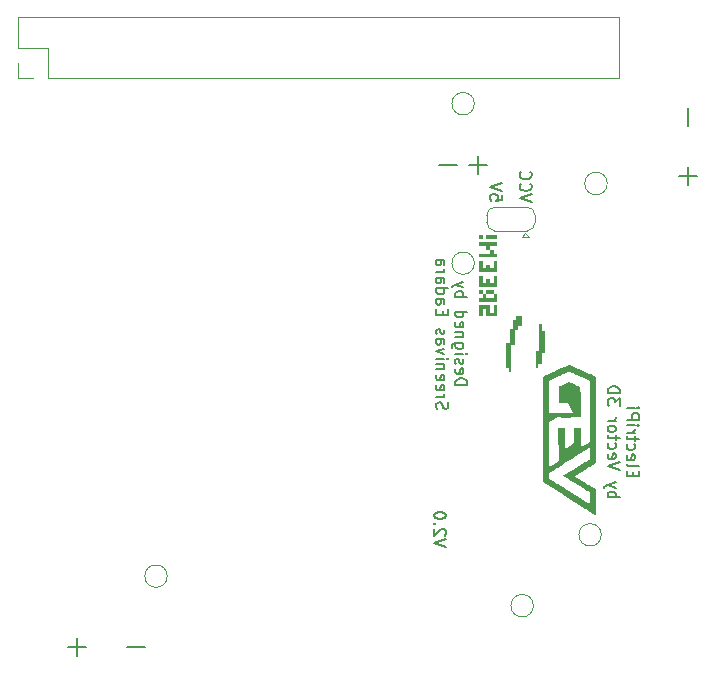
<source format=gbr>
%TF.GenerationSoftware,KiCad,Pcbnew,7.0.10*%
%TF.CreationDate,2024-02-11T14:11:40-06:00*%
%TF.ProjectId,ElectriPi,456c6563-7472-4695-9069-2e6b69636164,rev?*%
%TF.SameCoordinates,PX514cfd0PY32c87d0*%
%TF.FileFunction,Legend,Bot*%
%TF.FilePolarity,Positive*%
%FSLAX46Y46*%
G04 Gerber Fmt 4.6, Leading zero omitted, Abs format (unit mm)*
G04 Created by KiCad (PCBNEW 7.0.10) date 2024-02-11 14:11:40*
%MOMM*%
%LPD*%
G01*
G04 APERTURE LIST*
%ADD10C,0.150000*%
%ADD11C,0.120000*%
G04 APERTURE END LIST*
D10*
X59123990Y-39804761D02*
X59123990Y-39471428D01*
X58600180Y-39328571D02*
X58600180Y-39804761D01*
X58600180Y-39804761D02*
X59600180Y-39804761D01*
X59600180Y-39804761D02*
X59600180Y-39328571D01*
X58600180Y-38757142D02*
X58647800Y-38852380D01*
X58647800Y-38852380D02*
X58743038Y-38899999D01*
X58743038Y-38899999D02*
X59600180Y-38899999D01*
X58647800Y-37995237D02*
X58600180Y-38090475D01*
X58600180Y-38090475D02*
X58600180Y-38280951D01*
X58600180Y-38280951D02*
X58647800Y-38376189D01*
X58647800Y-38376189D02*
X58743038Y-38423808D01*
X58743038Y-38423808D02*
X59123990Y-38423808D01*
X59123990Y-38423808D02*
X59219228Y-38376189D01*
X59219228Y-38376189D02*
X59266847Y-38280951D01*
X59266847Y-38280951D02*
X59266847Y-38090475D01*
X59266847Y-38090475D02*
X59219228Y-37995237D01*
X59219228Y-37995237D02*
X59123990Y-37947618D01*
X59123990Y-37947618D02*
X59028752Y-37947618D01*
X59028752Y-37947618D02*
X58933514Y-38423808D01*
X58647800Y-37090475D02*
X58600180Y-37185713D01*
X58600180Y-37185713D02*
X58600180Y-37376189D01*
X58600180Y-37376189D02*
X58647800Y-37471427D01*
X58647800Y-37471427D02*
X58695419Y-37519046D01*
X58695419Y-37519046D02*
X58790657Y-37566665D01*
X58790657Y-37566665D02*
X59076371Y-37566665D01*
X59076371Y-37566665D02*
X59171609Y-37519046D01*
X59171609Y-37519046D02*
X59219228Y-37471427D01*
X59219228Y-37471427D02*
X59266847Y-37376189D01*
X59266847Y-37376189D02*
X59266847Y-37185713D01*
X59266847Y-37185713D02*
X59219228Y-37090475D01*
X59266847Y-36804760D02*
X59266847Y-36423808D01*
X59600180Y-36661903D02*
X58743038Y-36661903D01*
X58743038Y-36661903D02*
X58647800Y-36614284D01*
X58647800Y-36614284D02*
X58600180Y-36519046D01*
X58600180Y-36519046D02*
X58600180Y-36423808D01*
X58600180Y-36090474D02*
X59266847Y-36090474D01*
X59076371Y-36090474D02*
X59171609Y-36042855D01*
X59171609Y-36042855D02*
X59219228Y-35995236D01*
X59219228Y-35995236D02*
X59266847Y-35899998D01*
X59266847Y-35899998D02*
X59266847Y-35804760D01*
X58600180Y-35471426D02*
X59266847Y-35471426D01*
X59600180Y-35471426D02*
X59552561Y-35519045D01*
X59552561Y-35519045D02*
X59504942Y-35471426D01*
X59504942Y-35471426D02*
X59552561Y-35423807D01*
X59552561Y-35423807D02*
X59600180Y-35471426D01*
X59600180Y-35471426D02*
X59504942Y-35471426D01*
X58600180Y-34995236D02*
X59600180Y-34995236D01*
X59600180Y-34995236D02*
X59600180Y-34614284D01*
X59600180Y-34614284D02*
X59552561Y-34519046D01*
X59552561Y-34519046D02*
X59504942Y-34471427D01*
X59504942Y-34471427D02*
X59409704Y-34423808D01*
X59409704Y-34423808D02*
X59266847Y-34423808D01*
X59266847Y-34423808D02*
X59171609Y-34471427D01*
X59171609Y-34471427D02*
X59123990Y-34519046D01*
X59123990Y-34519046D02*
X59076371Y-34614284D01*
X59076371Y-34614284D02*
X59076371Y-34995236D01*
X58600180Y-33995236D02*
X59266847Y-33995236D01*
X59600180Y-33995236D02*
X59552561Y-34042855D01*
X59552561Y-34042855D02*
X59504942Y-33995236D01*
X59504942Y-33995236D02*
X59552561Y-33947617D01*
X59552561Y-33947617D02*
X59600180Y-33995236D01*
X59600180Y-33995236D02*
X59504942Y-33995236D01*
X56990180Y-41566667D02*
X57990180Y-41566667D01*
X57609228Y-41566667D02*
X57656847Y-41471429D01*
X57656847Y-41471429D02*
X57656847Y-41280953D01*
X57656847Y-41280953D02*
X57609228Y-41185715D01*
X57609228Y-41185715D02*
X57561609Y-41138096D01*
X57561609Y-41138096D02*
X57466371Y-41090477D01*
X57466371Y-41090477D02*
X57180657Y-41090477D01*
X57180657Y-41090477D02*
X57085419Y-41138096D01*
X57085419Y-41138096D02*
X57037800Y-41185715D01*
X57037800Y-41185715D02*
X56990180Y-41280953D01*
X56990180Y-41280953D02*
X56990180Y-41471429D01*
X56990180Y-41471429D02*
X57037800Y-41566667D01*
X57656847Y-40757143D02*
X56990180Y-40519048D01*
X57656847Y-40280953D02*
X56990180Y-40519048D01*
X56990180Y-40519048D02*
X56752085Y-40614286D01*
X56752085Y-40614286D02*
X56704466Y-40661905D01*
X56704466Y-40661905D02*
X56656847Y-40757143D01*
X57990180Y-39280952D02*
X56990180Y-38947619D01*
X56990180Y-38947619D02*
X57990180Y-38614286D01*
X57037800Y-37900000D02*
X56990180Y-37995238D01*
X56990180Y-37995238D02*
X56990180Y-38185714D01*
X56990180Y-38185714D02*
X57037800Y-38280952D01*
X57037800Y-38280952D02*
X57133038Y-38328571D01*
X57133038Y-38328571D02*
X57513990Y-38328571D01*
X57513990Y-38328571D02*
X57609228Y-38280952D01*
X57609228Y-38280952D02*
X57656847Y-38185714D01*
X57656847Y-38185714D02*
X57656847Y-37995238D01*
X57656847Y-37995238D02*
X57609228Y-37900000D01*
X57609228Y-37900000D02*
X57513990Y-37852381D01*
X57513990Y-37852381D02*
X57418752Y-37852381D01*
X57418752Y-37852381D02*
X57323514Y-38328571D01*
X57037800Y-36995238D02*
X56990180Y-37090476D01*
X56990180Y-37090476D02*
X56990180Y-37280952D01*
X56990180Y-37280952D02*
X57037800Y-37376190D01*
X57037800Y-37376190D02*
X57085419Y-37423809D01*
X57085419Y-37423809D02*
X57180657Y-37471428D01*
X57180657Y-37471428D02*
X57466371Y-37471428D01*
X57466371Y-37471428D02*
X57561609Y-37423809D01*
X57561609Y-37423809D02*
X57609228Y-37376190D01*
X57609228Y-37376190D02*
X57656847Y-37280952D01*
X57656847Y-37280952D02*
X57656847Y-37090476D01*
X57656847Y-37090476D02*
X57609228Y-36995238D01*
X57656847Y-36709523D02*
X57656847Y-36328571D01*
X57990180Y-36566666D02*
X57133038Y-36566666D01*
X57133038Y-36566666D02*
X57037800Y-36519047D01*
X57037800Y-36519047D02*
X56990180Y-36423809D01*
X56990180Y-36423809D02*
X56990180Y-36328571D01*
X56990180Y-35852380D02*
X57037800Y-35947618D01*
X57037800Y-35947618D02*
X57085419Y-35995237D01*
X57085419Y-35995237D02*
X57180657Y-36042856D01*
X57180657Y-36042856D02*
X57466371Y-36042856D01*
X57466371Y-36042856D02*
X57561609Y-35995237D01*
X57561609Y-35995237D02*
X57609228Y-35947618D01*
X57609228Y-35947618D02*
X57656847Y-35852380D01*
X57656847Y-35852380D02*
X57656847Y-35709523D01*
X57656847Y-35709523D02*
X57609228Y-35614285D01*
X57609228Y-35614285D02*
X57561609Y-35566666D01*
X57561609Y-35566666D02*
X57466371Y-35519047D01*
X57466371Y-35519047D02*
X57180657Y-35519047D01*
X57180657Y-35519047D02*
X57085419Y-35566666D01*
X57085419Y-35566666D02*
X57037800Y-35614285D01*
X57037800Y-35614285D02*
X56990180Y-35709523D01*
X56990180Y-35709523D02*
X56990180Y-35852380D01*
X56990180Y-35090475D02*
X57656847Y-35090475D01*
X57466371Y-35090475D02*
X57561609Y-35042856D01*
X57561609Y-35042856D02*
X57609228Y-34995237D01*
X57609228Y-34995237D02*
X57656847Y-34899999D01*
X57656847Y-34899999D02*
X57656847Y-34804761D01*
X57990180Y-33804760D02*
X57990180Y-33185713D01*
X57990180Y-33185713D02*
X57609228Y-33519046D01*
X57609228Y-33519046D02*
X57609228Y-33376189D01*
X57609228Y-33376189D02*
X57561609Y-33280951D01*
X57561609Y-33280951D02*
X57513990Y-33233332D01*
X57513990Y-33233332D02*
X57418752Y-33185713D01*
X57418752Y-33185713D02*
X57180657Y-33185713D01*
X57180657Y-33185713D02*
X57085419Y-33233332D01*
X57085419Y-33233332D02*
X57037800Y-33280951D01*
X57037800Y-33280951D02*
X56990180Y-33376189D01*
X56990180Y-33376189D02*
X56990180Y-33661903D01*
X56990180Y-33661903D02*
X57037800Y-33757141D01*
X57037800Y-33757141D02*
X57085419Y-33804760D01*
X56990180Y-32757141D02*
X57990180Y-32757141D01*
X57990180Y-32757141D02*
X57990180Y-32519046D01*
X57990180Y-32519046D02*
X57942561Y-32376189D01*
X57942561Y-32376189D02*
X57847323Y-32280951D01*
X57847323Y-32280951D02*
X57752085Y-32233332D01*
X57752085Y-32233332D02*
X57561609Y-32185713D01*
X57561609Y-32185713D02*
X57418752Y-32185713D01*
X57418752Y-32185713D02*
X57228276Y-32233332D01*
X57228276Y-32233332D02*
X57133038Y-32280951D01*
X57133038Y-32280951D02*
X57037800Y-32376189D01*
X57037800Y-32376189D02*
X56990180Y-32519046D01*
X56990180Y-32519046D02*
X56990180Y-32757141D01*
X63755533Y-8598095D02*
X63755533Y-10121905D01*
X43295180Y-45773808D02*
X42295180Y-45440475D01*
X42295180Y-45440475D02*
X43295180Y-45107142D01*
X43199942Y-44821427D02*
X43247561Y-44773808D01*
X43247561Y-44773808D02*
X43295180Y-44678570D01*
X43295180Y-44678570D02*
X43295180Y-44440475D01*
X43295180Y-44440475D02*
X43247561Y-44345237D01*
X43247561Y-44345237D02*
X43199942Y-44297618D01*
X43199942Y-44297618D02*
X43104704Y-44249999D01*
X43104704Y-44249999D02*
X43009466Y-44249999D01*
X43009466Y-44249999D02*
X42866609Y-44297618D01*
X42866609Y-44297618D02*
X42295180Y-44869046D01*
X42295180Y-44869046D02*
X42295180Y-44249999D01*
X42390419Y-43821427D02*
X42342800Y-43773808D01*
X42342800Y-43773808D02*
X42295180Y-43821427D01*
X42295180Y-43821427D02*
X42342800Y-43869046D01*
X42342800Y-43869046D02*
X42390419Y-43821427D01*
X42390419Y-43821427D02*
X42295180Y-43821427D01*
X43295180Y-43154761D02*
X43295180Y-43059523D01*
X43295180Y-43059523D02*
X43247561Y-42964285D01*
X43247561Y-42964285D02*
X43199942Y-42916666D01*
X43199942Y-42916666D02*
X43104704Y-42869047D01*
X43104704Y-42869047D02*
X42914228Y-42821428D01*
X42914228Y-42821428D02*
X42676133Y-42821428D01*
X42676133Y-42821428D02*
X42485657Y-42869047D01*
X42485657Y-42869047D02*
X42390419Y-42916666D01*
X42390419Y-42916666D02*
X42342800Y-42964285D01*
X42342800Y-42964285D02*
X42295180Y-43059523D01*
X42295180Y-43059523D02*
X42295180Y-43154761D01*
X42295180Y-43154761D02*
X42342800Y-43249999D01*
X42342800Y-43249999D02*
X42390419Y-43297618D01*
X42390419Y-43297618D02*
X42485657Y-43345237D01*
X42485657Y-43345237D02*
X42676133Y-43392856D01*
X42676133Y-43392856D02*
X42914228Y-43392856D01*
X42914228Y-43392856D02*
X43104704Y-43345237D01*
X43104704Y-43345237D02*
X43199942Y-43297618D01*
X43199942Y-43297618D02*
X43247561Y-43249999D01*
X43247561Y-43249999D02*
X43295180Y-43154761D01*
X46761904Y-13405533D02*
X45238095Y-13405533D01*
X45999999Y-14167438D02*
X45999999Y-12643628D01*
X48045180Y-15940476D02*
X48045180Y-16416666D01*
X48045180Y-16416666D02*
X47568990Y-16464285D01*
X47568990Y-16464285D02*
X47616609Y-16416666D01*
X47616609Y-16416666D02*
X47664228Y-16321428D01*
X47664228Y-16321428D02*
X47664228Y-16083333D01*
X47664228Y-16083333D02*
X47616609Y-15988095D01*
X47616609Y-15988095D02*
X47568990Y-15940476D01*
X47568990Y-15940476D02*
X47473752Y-15892857D01*
X47473752Y-15892857D02*
X47235657Y-15892857D01*
X47235657Y-15892857D02*
X47140419Y-15940476D01*
X47140419Y-15940476D02*
X47092800Y-15988095D01*
X47092800Y-15988095D02*
X47045180Y-16083333D01*
X47045180Y-16083333D02*
X47045180Y-16321428D01*
X47045180Y-16321428D02*
X47092800Y-16416666D01*
X47092800Y-16416666D02*
X47140419Y-16464285D01*
X48045180Y-15607142D02*
X47045180Y-15273809D01*
X47045180Y-15273809D02*
X48045180Y-14940476D01*
X12801904Y-54255533D02*
X11278095Y-54255533D01*
X12039999Y-55017438D02*
X12039999Y-53493628D01*
X17801904Y-54255533D02*
X16278095Y-54255533D01*
X63755533Y-13598095D02*
X63755533Y-15121905D01*
X64517438Y-14360000D02*
X62993628Y-14360000D01*
X50545180Y-16583332D02*
X49545180Y-16249999D01*
X49545180Y-16249999D02*
X50545180Y-15916666D01*
X49640419Y-15011904D02*
X49592800Y-15059523D01*
X49592800Y-15059523D02*
X49545180Y-15202380D01*
X49545180Y-15202380D02*
X49545180Y-15297618D01*
X49545180Y-15297618D02*
X49592800Y-15440475D01*
X49592800Y-15440475D02*
X49688038Y-15535713D01*
X49688038Y-15535713D02*
X49783276Y-15583332D01*
X49783276Y-15583332D02*
X49973752Y-15630951D01*
X49973752Y-15630951D02*
X50116609Y-15630951D01*
X50116609Y-15630951D02*
X50307085Y-15583332D01*
X50307085Y-15583332D02*
X50402323Y-15535713D01*
X50402323Y-15535713D02*
X50497561Y-15440475D01*
X50497561Y-15440475D02*
X50545180Y-15297618D01*
X50545180Y-15297618D02*
X50545180Y-15202380D01*
X50545180Y-15202380D02*
X50497561Y-15059523D01*
X50497561Y-15059523D02*
X50449942Y-15011904D01*
X49640419Y-14011904D02*
X49592800Y-14059523D01*
X49592800Y-14059523D02*
X49545180Y-14202380D01*
X49545180Y-14202380D02*
X49545180Y-14297618D01*
X49545180Y-14297618D02*
X49592800Y-14440475D01*
X49592800Y-14440475D02*
X49688038Y-14535713D01*
X49688038Y-14535713D02*
X49783276Y-14583332D01*
X49783276Y-14583332D02*
X49973752Y-14630951D01*
X49973752Y-14630951D02*
X50116609Y-14630951D01*
X50116609Y-14630951D02*
X50307085Y-14583332D01*
X50307085Y-14583332D02*
X50402323Y-14535713D01*
X50402323Y-14535713D02*
X50497561Y-14440475D01*
X50497561Y-14440475D02*
X50545180Y-14297618D01*
X50545180Y-14297618D02*
X50545180Y-14202380D01*
X50545180Y-14202380D02*
X50497561Y-14059523D01*
X50497561Y-14059523D02*
X50449942Y-14011904D01*
X44261904Y-13405533D02*
X42738095Y-13405533D01*
X44100180Y-32083333D02*
X45100180Y-32083333D01*
X45100180Y-32083333D02*
X45100180Y-31845238D01*
X45100180Y-31845238D02*
X45052561Y-31702381D01*
X45052561Y-31702381D02*
X44957323Y-31607143D01*
X44957323Y-31607143D02*
X44862085Y-31559524D01*
X44862085Y-31559524D02*
X44671609Y-31511905D01*
X44671609Y-31511905D02*
X44528752Y-31511905D01*
X44528752Y-31511905D02*
X44338276Y-31559524D01*
X44338276Y-31559524D02*
X44243038Y-31607143D01*
X44243038Y-31607143D02*
X44147800Y-31702381D01*
X44147800Y-31702381D02*
X44100180Y-31845238D01*
X44100180Y-31845238D02*
X44100180Y-32083333D01*
X44147800Y-30702381D02*
X44100180Y-30797619D01*
X44100180Y-30797619D02*
X44100180Y-30988095D01*
X44100180Y-30988095D02*
X44147800Y-31083333D01*
X44147800Y-31083333D02*
X44243038Y-31130952D01*
X44243038Y-31130952D02*
X44623990Y-31130952D01*
X44623990Y-31130952D02*
X44719228Y-31083333D01*
X44719228Y-31083333D02*
X44766847Y-30988095D01*
X44766847Y-30988095D02*
X44766847Y-30797619D01*
X44766847Y-30797619D02*
X44719228Y-30702381D01*
X44719228Y-30702381D02*
X44623990Y-30654762D01*
X44623990Y-30654762D02*
X44528752Y-30654762D01*
X44528752Y-30654762D02*
X44433514Y-31130952D01*
X44147800Y-30273809D02*
X44100180Y-30178571D01*
X44100180Y-30178571D02*
X44100180Y-29988095D01*
X44100180Y-29988095D02*
X44147800Y-29892857D01*
X44147800Y-29892857D02*
X44243038Y-29845238D01*
X44243038Y-29845238D02*
X44290657Y-29845238D01*
X44290657Y-29845238D02*
X44385895Y-29892857D01*
X44385895Y-29892857D02*
X44433514Y-29988095D01*
X44433514Y-29988095D02*
X44433514Y-30130952D01*
X44433514Y-30130952D02*
X44481133Y-30226190D01*
X44481133Y-30226190D02*
X44576371Y-30273809D01*
X44576371Y-30273809D02*
X44623990Y-30273809D01*
X44623990Y-30273809D02*
X44719228Y-30226190D01*
X44719228Y-30226190D02*
X44766847Y-30130952D01*
X44766847Y-30130952D02*
X44766847Y-29988095D01*
X44766847Y-29988095D02*
X44719228Y-29892857D01*
X44100180Y-29416666D02*
X44766847Y-29416666D01*
X45100180Y-29416666D02*
X45052561Y-29464285D01*
X45052561Y-29464285D02*
X45004942Y-29416666D01*
X45004942Y-29416666D02*
X45052561Y-29369047D01*
X45052561Y-29369047D02*
X45100180Y-29416666D01*
X45100180Y-29416666D02*
X45004942Y-29416666D01*
X44766847Y-28511905D02*
X43957323Y-28511905D01*
X43957323Y-28511905D02*
X43862085Y-28559524D01*
X43862085Y-28559524D02*
X43814466Y-28607143D01*
X43814466Y-28607143D02*
X43766847Y-28702381D01*
X43766847Y-28702381D02*
X43766847Y-28845238D01*
X43766847Y-28845238D02*
X43814466Y-28940476D01*
X44147800Y-28511905D02*
X44100180Y-28607143D01*
X44100180Y-28607143D02*
X44100180Y-28797619D01*
X44100180Y-28797619D02*
X44147800Y-28892857D01*
X44147800Y-28892857D02*
X44195419Y-28940476D01*
X44195419Y-28940476D02*
X44290657Y-28988095D01*
X44290657Y-28988095D02*
X44576371Y-28988095D01*
X44576371Y-28988095D02*
X44671609Y-28940476D01*
X44671609Y-28940476D02*
X44719228Y-28892857D01*
X44719228Y-28892857D02*
X44766847Y-28797619D01*
X44766847Y-28797619D02*
X44766847Y-28607143D01*
X44766847Y-28607143D02*
X44719228Y-28511905D01*
X44766847Y-28035714D02*
X44100180Y-28035714D01*
X44671609Y-28035714D02*
X44719228Y-27988095D01*
X44719228Y-27988095D02*
X44766847Y-27892857D01*
X44766847Y-27892857D02*
X44766847Y-27750000D01*
X44766847Y-27750000D02*
X44719228Y-27654762D01*
X44719228Y-27654762D02*
X44623990Y-27607143D01*
X44623990Y-27607143D02*
X44100180Y-27607143D01*
X44147800Y-26750000D02*
X44100180Y-26845238D01*
X44100180Y-26845238D02*
X44100180Y-27035714D01*
X44100180Y-27035714D02*
X44147800Y-27130952D01*
X44147800Y-27130952D02*
X44243038Y-27178571D01*
X44243038Y-27178571D02*
X44623990Y-27178571D01*
X44623990Y-27178571D02*
X44719228Y-27130952D01*
X44719228Y-27130952D02*
X44766847Y-27035714D01*
X44766847Y-27035714D02*
X44766847Y-26845238D01*
X44766847Y-26845238D02*
X44719228Y-26750000D01*
X44719228Y-26750000D02*
X44623990Y-26702381D01*
X44623990Y-26702381D02*
X44528752Y-26702381D01*
X44528752Y-26702381D02*
X44433514Y-27178571D01*
X44100180Y-25845238D02*
X45100180Y-25845238D01*
X44147800Y-25845238D02*
X44100180Y-25940476D01*
X44100180Y-25940476D02*
X44100180Y-26130952D01*
X44100180Y-26130952D02*
X44147800Y-26226190D01*
X44147800Y-26226190D02*
X44195419Y-26273809D01*
X44195419Y-26273809D02*
X44290657Y-26321428D01*
X44290657Y-26321428D02*
X44576371Y-26321428D01*
X44576371Y-26321428D02*
X44671609Y-26273809D01*
X44671609Y-26273809D02*
X44719228Y-26226190D01*
X44719228Y-26226190D02*
X44766847Y-26130952D01*
X44766847Y-26130952D02*
X44766847Y-25940476D01*
X44766847Y-25940476D02*
X44719228Y-25845238D01*
X44100180Y-24607142D02*
X45100180Y-24607142D01*
X44719228Y-24607142D02*
X44766847Y-24511904D01*
X44766847Y-24511904D02*
X44766847Y-24321428D01*
X44766847Y-24321428D02*
X44719228Y-24226190D01*
X44719228Y-24226190D02*
X44671609Y-24178571D01*
X44671609Y-24178571D02*
X44576371Y-24130952D01*
X44576371Y-24130952D02*
X44290657Y-24130952D01*
X44290657Y-24130952D02*
X44195419Y-24178571D01*
X44195419Y-24178571D02*
X44147800Y-24226190D01*
X44147800Y-24226190D02*
X44100180Y-24321428D01*
X44100180Y-24321428D02*
X44100180Y-24511904D01*
X44100180Y-24511904D02*
X44147800Y-24607142D01*
X44766847Y-23797618D02*
X44100180Y-23559523D01*
X44766847Y-23321428D02*
X44100180Y-23559523D01*
X44100180Y-23559523D02*
X43862085Y-23654761D01*
X43862085Y-23654761D02*
X43814466Y-23702380D01*
X43814466Y-23702380D02*
X43766847Y-23797618D01*
X42537800Y-34083333D02*
X42490180Y-33940476D01*
X42490180Y-33940476D02*
X42490180Y-33702381D01*
X42490180Y-33702381D02*
X42537800Y-33607143D01*
X42537800Y-33607143D02*
X42585419Y-33559524D01*
X42585419Y-33559524D02*
X42680657Y-33511905D01*
X42680657Y-33511905D02*
X42775895Y-33511905D01*
X42775895Y-33511905D02*
X42871133Y-33559524D01*
X42871133Y-33559524D02*
X42918752Y-33607143D01*
X42918752Y-33607143D02*
X42966371Y-33702381D01*
X42966371Y-33702381D02*
X43013990Y-33892857D01*
X43013990Y-33892857D02*
X43061609Y-33988095D01*
X43061609Y-33988095D02*
X43109228Y-34035714D01*
X43109228Y-34035714D02*
X43204466Y-34083333D01*
X43204466Y-34083333D02*
X43299704Y-34083333D01*
X43299704Y-34083333D02*
X43394942Y-34035714D01*
X43394942Y-34035714D02*
X43442561Y-33988095D01*
X43442561Y-33988095D02*
X43490180Y-33892857D01*
X43490180Y-33892857D02*
X43490180Y-33654762D01*
X43490180Y-33654762D02*
X43442561Y-33511905D01*
X42490180Y-33083333D02*
X43156847Y-33083333D01*
X42966371Y-33083333D02*
X43061609Y-33035714D01*
X43061609Y-33035714D02*
X43109228Y-32988095D01*
X43109228Y-32988095D02*
X43156847Y-32892857D01*
X43156847Y-32892857D02*
X43156847Y-32797619D01*
X42537800Y-32083333D02*
X42490180Y-32178571D01*
X42490180Y-32178571D02*
X42490180Y-32369047D01*
X42490180Y-32369047D02*
X42537800Y-32464285D01*
X42537800Y-32464285D02*
X42633038Y-32511904D01*
X42633038Y-32511904D02*
X43013990Y-32511904D01*
X43013990Y-32511904D02*
X43109228Y-32464285D01*
X43109228Y-32464285D02*
X43156847Y-32369047D01*
X43156847Y-32369047D02*
X43156847Y-32178571D01*
X43156847Y-32178571D02*
X43109228Y-32083333D01*
X43109228Y-32083333D02*
X43013990Y-32035714D01*
X43013990Y-32035714D02*
X42918752Y-32035714D01*
X42918752Y-32035714D02*
X42823514Y-32511904D01*
X42537800Y-31226190D02*
X42490180Y-31321428D01*
X42490180Y-31321428D02*
X42490180Y-31511904D01*
X42490180Y-31511904D02*
X42537800Y-31607142D01*
X42537800Y-31607142D02*
X42633038Y-31654761D01*
X42633038Y-31654761D02*
X43013990Y-31654761D01*
X43013990Y-31654761D02*
X43109228Y-31607142D01*
X43109228Y-31607142D02*
X43156847Y-31511904D01*
X43156847Y-31511904D02*
X43156847Y-31321428D01*
X43156847Y-31321428D02*
X43109228Y-31226190D01*
X43109228Y-31226190D02*
X43013990Y-31178571D01*
X43013990Y-31178571D02*
X42918752Y-31178571D01*
X42918752Y-31178571D02*
X42823514Y-31654761D01*
X43156847Y-30749999D02*
X42490180Y-30749999D01*
X43061609Y-30749999D02*
X43109228Y-30702380D01*
X43109228Y-30702380D02*
X43156847Y-30607142D01*
X43156847Y-30607142D02*
X43156847Y-30464285D01*
X43156847Y-30464285D02*
X43109228Y-30369047D01*
X43109228Y-30369047D02*
X43013990Y-30321428D01*
X43013990Y-30321428D02*
X42490180Y-30321428D01*
X42490180Y-29845237D02*
X43156847Y-29845237D01*
X43490180Y-29845237D02*
X43442561Y-29892856D01*
X43442561Y-29892856D02*
X43394942Y-29845237D01*
X43394942Y-29845237D02*
X43442561Y-29797618D01*
X43442561Y-29797618D02*
X43490180Y-29845237D01*
X43490180Y-29845237D02*
X43394942Y-29845237D01*
X43156847Y-29464285D02*
X42490180Y-29226190D01*
X42490180Y-29226190D02*
X43156847Y-28988095D01*
X42490180Y-28178571D02*
X43013990Y-28178571D01*
X43013990Y-28178571D02*
X43109228Y-28226190D01*
X43109228Y-28226190D02*
X43156847Y-28321428D01*
X43156847Y-28321428D02*
X43156847Y-28511904D01*
X43156847Y-28511904D02*
X43109228Y-28607142D01*
X42537800Y-28178571D02*
X42490180Y-28273809D01*
X42490180Y-28273809D02*
X42490180Y-28511904D01*
X42490180Y-28511904D02*
X42537800Y-28607142D01*
X42537800Y-28607142D02*
X42633038Y-28654761D01*
X42633038Y-28654761D02*
X42728276Y-28654761D01*
X42728276Y-28654761D02*
X42823514Y-28607142D01*
X42823514Y-28607142D02*
X42871133Y-28511904D01*
X42871133Y-28511904D02*
X42871133Y-28273809D01*
X42871133Y-28273809D02*
X42918752Y-28178571D01*
X42537800Y-27749999D02*
X42490180Y-27654761D01*
X42490180Y-27654761D02*
X42490180Y-27464285D01*
X42490180Y-27464285D02*
X42537800Y-27369047D01*
X42537800Y-27369047D02*
X42633038Y-27321428D01*
X42633038Y-27321428D02*
X42680657Y-27321428D01*
X42680657Y-27321428D02*
X42775895Y-27369047D01*
X42775895Y-27369047D02*
X42823514Y-27464285D01*
X42823514Y-27464285D02*
X42823514Y-27607142D01*
X42823514Y-27607142D02*
X42871133Y-27702380D01*
X42871133Y-27702380D02*
X42966371Y-27749999D01*
X42966371Y-27749999D02*
X43013990Y-27749999D01*
X43013990Y-27749999D02*
X43109228Y-27702380D01*
X43109228Y-27702380D02*
X43156847Y-27607142D01*
X43156847Y-27607142D02*
X43156847Y-27464285D01*
X43156847Y-27464285D02*
X43109228Y-27369047D01*
X43013990Y-26130951D02*
X43013990Y-25797618D01*
X42490180Y-25654761D02*
X42490180Y-26130951D01*
X42490180Y-26130951D02*
X43490180Y-26130951D01*
X43490180Y-26130951D02*
X43490180Y-25654761D01*
X42490180Y-24797618D02*
X43013990Y-24797618D01*
X43013990Y-24797618D02*
X43109228Y-24845237D01*
X43109228Y-24845237D02*
X43156847Y-24940475D01*
X43156847Y-24940475D02*
X43156847Y-25130951D01*
X43156847Y-25130951D02*
X43109228Y-25226189D01*
X42537800Y-24797618D02*
X42490180Y-24892856D01*
X42490180Y-24892856D02*
X42490180Y-25130951D01*
X42490180Y-25130951D02*
X42537800Y-25226189D01*
X42537800Y-25226189D02*
X42633038Y-25273808D01*
X42633038Y-25273808D02*
X42728276Y-25273808D01*
X42728276Y-25273808D02*
X42823514Y-25226189D01*
X42823514Y-25226189D02*
X42871133Y-25130951D01*
X42871133Y-25130951D02*
X42871133Y-24892856D01*
X42871133Y-24892856D02*
X42918752Y-24797618D01*
X42490180Y-23892856D02*
X43490180Y-23892856D01*
X42537800Y-23892856D02*
X42490180Y-23988094D01*
X42490180Y-23988094D02*
X42490180Y-24178570D01*
X42490180Y-24178570D02*
X42537800Y-24273808D01*
X42537800Y-24273808D02*
X42585419Y-24321427D01*
X42585419Y-24321427D02*
X42680657Y-24369046D01*
X42680657Y-24369046D02*
X42966371Y-24369046D01*
X42966371Y-24369046D02*
X43061609Y-24321427D01*
X43061609Y-24321427D02*
X43109228Y-24273808D01*
X43109228Y-24273808D02*
X43156847Y-24178570D01*
X43156847Y-24178570D02*
X43156847Y-23988094D01*
X43156847Y-23988094D02*
X43109228Y-23892856D01*
X42490180Y-22988094D02*
X43013990Y-22988094D01*
X43013990Y-22988094D02*
X43109228Y-23035713D01*
X43109228Y-23035713D02*
X43156847Y-23130951D01*
X43156847Y-23130951D02*
X43156847Y-23321427D01*
X43156847Y-23321427D02*
X43109228Y-23416665D01*
X42537800Y-22988094D02*
X42490180Y-23083332D01*
X42490180Y-23083332D02*
X42490180Y-23321427D01*
X42490180Y-23321427D02*
X42537800Y-23416665D01*
X42537800Y-23416665D02*
X42633038Y-23464284D01*
X42633038Y-23464284D02*
X42728276Y-23464284D01*
X42728276Y-23464284D02*
X42823514Y-23416665D01*
X42823514Y-23416665D02*
X42871133Y-23321427D01*
X42871133Y-23321427D02*
X42871133Y-23083332D01*
X42871133Y-23083332D02*
X42918752Y-22988094D01*
X42490180Y-22511903D02*
X43156847Y-22511903D01*
X42966371Y-22511903D02*
X43061609Y-22464284D01*
X43061609Y-22464284D02*
X43109228Y-22416665D01*
X43109228Y-22416665D02*
X43156847Y-22321427D01*
X43156847Y-22321427D02*
X43156847Y-22226189D01*
X42490180Y-21464284D02*
X43013990Y-21464284D01*
X43013990Y-21464284D02*
X43109228Y-21511903D01*
X43109228Y-21511903D02*
X43156847Y-21607141D01*
X43156847Y-21607141D02*
X43156847Y-21797617D01*
X43156847Y-21797617D02*
X43109228Y-21892855D01*
X42537800Y-21464284D02*
X42490180Y-21559522D01*
X42490180Y-21559522D02*
X42490180Y-21797617D01*
X42490180Y-21797617D02*
X42537800Y-21892855D01*
X42537800Y-21892855D02*
X42633038Y-21940474D01*
X42633038Y-21940474D02*
X42728276Y-21940474D01*
X42728276Y-21940474D02*
X42823514Y-21892855D01*
X42823514Y-21892855D02*
X42871133Y-21797617D01*
X42871133Y-21797617D02*
X42871133Y-21559522D01*
X42871133Y-21559522D02*
X42918752Y-21464284D01*
D11*
%TO.C,TP5*%
X45700000Y-8250000D02*
G75*
G03*
X43800000Y-8250000I-950000J0D01*
G01*
X43800000Y-8250000D02*
G75*
G03*
X45700000Y-8250000I950000J0D01*
G01*
%TO.C,J6*%
X57960000Y-900000D02*
X57960000Y-6100000D01*
X7040000Y-900000D02*
X57960000Y-900000D01*
X7040000Y-900000D02*
X7040000Y-3500000D01*
X9640000Y-3500000D02*
X9640000Y-6100000D01*
X7040000Y-3500000D02*
X9640000Y-3500000D01*
X7040000Y-4770000D02*
X7040000Y-6100000D01*
X9640000Y-6100000D02*
X57960000Y-6100000D01*
X7040000Y-6100000D02*
X8370000Y-6100000D01*
%TO.C,JP1*%
X50850000Y-18300000D02*
X50850000Y-17700000D01*
X50300000Y-19500000D02*
X49700000Y-19500000D01*
X50200000Y-17000000D02*
X47400000Y-17000000D01*
X50000000Y-19200000D02*
X50300000Y-19500000D01*
X50000000Y-19200000D02*
X49700000Y-19500000D01*
X47400000Y-19000000D02*
X50200000Y-19000000D01*
X46750000Y-17700000D02*
X46750000Y-18300000D01*
X50150000Y-19000000D02*
G75*
G03*
X50850000Y-18300000I1J699999D01*
G01*
X50850000Y-17700000D02*
G75*
G03*
X50150000Y-17000000I-699999J1D01*
G01*
X46750000Y-18300000D02*
G75*
G03*
X47450000Y-19000000I700000J0D01*
G01*
X47450000Y-17000000D02*
G75*
G03*
X46750000Y-17700000I0J-700000D01*
G01*
%TO.C,TP4*%
X56450000Y-44750000D02*
G75*
G03*
X54550000Y-44750000I-950000J0D01*
G01*
X54550000Y-44750000D02*
G75*
G03*
X56450000Y-44750000I950000J0D01*
G01*
%TO.C,TP1*%
X56950000Y-15000000D02*
G75*
G03*
X55050000Y-15000000I-950000J0D01*
G01*
X55050000Y-15000000D02*
G75*
G03*
X56950000Y-15000000I950000J0D01*
G01*
%TO.C,G\u002A\u002A\u002A*%
G36*
X46405673Y-24375000D02*
G01*
X46093096Y-24375000D01*
X46093096Y-24062500D01*
X46405673Y-24062500D01*
X46405673Y-24375000D01*
G37*
G36*
X46405673Y-19687500D02*
G01*
X46093096Y-19687500D01*
X46093096Y-19375000D01*
X46405673Y-19375000D01*
X46405673Y-19687500D01*
G37*
G36*
X47655981Y-19687500D02*
G01*
X46718250Y-19687500D01*
X46718250Y-19375000D01*
X47655981Y-19375000D01*
X47655981Y-19687500D01*
G37*
G36*
X47343404Y-20937500D02*
G01*
X47655981Y-20937500D01*
X47655981Y-21250000D01*
X46093096Y-21250000D01*
X46093096Y-20937500D01*
X47030827Y-20937500D01*
X47030827Y-20625000D01*
X47343404Y-20625000D01*
X47343404Y-20937500D01*
G37*
G36*
X47655981Y-20312500D02*
G01*
X47030827Y-20312500D01*
X47030827Y-20625000D01*
X46718250Y-20625000D01*
X46718250Y-20312500D01*
X46093096Y-20312500D01*
X46093096Y-20000000D01*
X47655981Y-20000000D01*
X47655981Y-20312500D01*
G37*
G36*
X51406904Y-27500000D02*
G01*
X51719481Y-27500000D01*
X51719481Y-29375000D01*
X51406904Y-29375000D01*
X51406904Y-30312500D01*
X51094327Y-30312500D01*
X51094327Y-30625000D01*
X50881750Y-30625000D01*
X50881750Y-29162500D01*
X51194327Y-29162500D01*
X51194327Y-26875000D01*
X51406904Y-26875000D01*
X51406904Y-27500000D01*
G37*
G36*
X47030827Y-25937500D02*
G01*
X47343404Y-25937500D01*
X47343404Y-25312500D01*
X47655981Y-25312500D01*
X47655981Y-26250000D01*
X46718250Y-26250000D01*
X46718250Y-25625000D01*
X46405673Y-25625000D01*
X46405673Y-26250000D01*
X46093096Y-26250000D01*
X46093096Y-25312500D01*
X47030827Y-25312500D01*
X47030827Y-25937500D01*
G37*
G36*
X46405673Y-23437500D02*
G01*
X46718250Y-23437500D01*
X46718250Y-23125000D01*
X47030827Y-23125000D01*
X47030827Y-23437500D01*
X47343404Y-23437500D01*
X47343404Y-22812500D01*
X47655981Y-22812500D01*
X47655981Y-23750000D01*
X46093096Y-23750000D01*
X46093096Y-22812500D01*
X46405673Y-22812500D01*
X46405673Y-23437500D01*
G37*
G36*
X46405673Y-22187500D02*
G01*
X46718250Y-22187500D01*
X46718250Y-21875000D01*
X47030827Y-21875000D01*
X47030827Y-22187500D01*
X47343404Y-22187500D01*
X47343404Y-21562500D01*
X47655981Y-21562500D01*
X47655981Y-22500000D01*
X46093096Y-22500000D01*
X46093096Y-21562500D01*
X46405673Y-21562500D01*
X46405673Y-22187500D01*
G37*
G36*
X47343404Y-24375000D02*
G01*
X46718250Y-24375000D01*
X46718250Y-24687500D01*
X47343404Y-24687500D01*
X47343404Y-24375000D01*
X47655981Y-24375000D01*
X47655981Y-25000000D01*
X46718250Y-25000000D01*
X46093096Y-25000000D01*
X46093096Y-24687500D01*
X46405673Y-24687500D01*
X46405673Y-24375000D01*
X46718250Y-24375000D01*
X46718250Y-24062500D01*
X47343404Y-24062500D01*
X47343404Y-24375000D01*
G37*
G36*
X49744020Y-27087500D02*
G01*
X49431443Y-27087500D01*
X49431443Y-27400000D01*
X49118866Y-27400000D01*
X49118866Y-28650000D01*
X48806289Y-28650000D01*
X48806289Y-30937500D01*
X48593711Y-30937500D01*
X48593711Y-30625000D01*
X48381135Y-30625000D01*
X48381135Y-28537500D01*
X48693711Y-28537500D01*
X48693711Y-27287500D01*
X49006289Y-27287500D01*
X49006289Y-26562500D01*
X49218866Y-26562500D01*
X49218866Y-26250000D01*
X49744020Y-26250000D01*
X49744020Y-27087500D01*
G37*
G36*
X53746213Y-30346270D02*
G01*
X53774656Y-30357015D01*
X53818214Y-30375248D01*
X53872800Y-30399239D01*
X53934323Y-30427260D01*
X53955349Y-30436988D01*
X54019643Y-30466685D01*
X54099694Y-30503610D01*
X54191089Y-30545729D01*
X54289415Y-30591010D01*
X54390258Y-30637418D01*
X54489206Y-30682920D01*
X54544589Y-30708382D01*
X54637285Y-30751012D01*
X54725309Y-30791513D01*
X54805196Y-30828287D01*
X54873479Y-30859739D01*
X54926692Y-30884274D01*
X54961370Y-30900296D01*
X54975118Y-30906657D01*
X55017080Y-30926047D01*
X55076699Y-30953577D01*
X55151113Y-30987925D01*
X55237460Y-31027770D01*
X55332876Y-31071792D01*
X55434499Y-31118669D01*
X55539468Y-31167080D01*
X56020712Y-31389009D01*
X56020712Y-38645137D01*
X55932938Y-38699896D01*
X55903228Y-38718380D01*
X55853816Y-38749039D01*
X55791033Y-38787939D01*
X55718698Y-38832716D01*
X55640632Y-38881003D01*
X55560655Y-38930436D01*
X55559639Y-38931064D01*
X55472047Y-38985188D01*
X55369963Y-39048278D01*
X55259410Y-39116610D01*
X55146409Y-39186463D01*
X55036984Y-39254113D01*
X54937156Y-39315837D01*
X54902247Y-39337422D01*
X54813741Y-39392128D01*
X54727374Y-39445489D01*
X54646835Y-39495226D01*
X54575816Y-39539061D01*
X54518007Y-39574714D01*
X54477099Y-39599907D01*
X54473094Y-39602370D01*
X54389450Y-39653931D01*
X54324361Y-39694359D01*
X54275754Y-39724997D01*
X54241557Y-39747190D01*
X54219697Y-39762282D01*
X54208102Y-39771616D01*
X54204697Y-39776537D01*
X54214543Y-39784549D01*
X54242386Y-39803453D01*
X54285547Y-39831523D01*
X54341345Y-39867036D01*
X54407098Y-39908270D01*
X54480126Y-39953502D01*
X54534578Y-39987045D01*
X54633932Y-40048298D01*
X54742785Y-40115455D01*
X54854326Y-40184313D01*
X54961743Y-40250668D01*
X55058224Y-40310314D01*
X55139043Y-40360295D01*
X55245907Y-40426367D01*
X55361094Y-40497570D01*
X55478024Y-40569837D01*
X55590120Y-40639102D01*
X55690803Y-40701300D01*
X56020712Y-40905072D01*
X56020712Y-42004863D01*
X56020605Y-42191160D01*
X56020246Y-42376988D01*
X56019639Y-42543024D01*
X56018790Y-42688713D01*
X56017706Y-42813504D01*
X56016392Y-42916845D01*
X56014854Y-42998183D01*
X56013098Y-43056965D01*
X56011130Y-43092640D01*
X56008955Y-43104654D01*
X56008023Y-43104335D01*
X55991776Y-43095318D01*
X55956967Y-43074623D01*
X55905183Y-43043229D01*
X55838013Y-43002116D01*
X55757045Y-42952263D01*
X55663867Y-42894650D01*
X55560069Y-42830257D01*
X55487040Y-42784825D01*
X55447237Y-42760063D01*
X55326961Y-42685049D01*
X55200828Y-42606193D01*
X55082872Y-42532369D01*
X54949692Y-42449032D01*
X54818967Y-42367247D01*
X54692954Y-42288424D01*
X54573912Y-42213977D01*
X54464100Y-42145318D01*
X54365777Y-42083859D01*
X54281200Y-42031013D01*
X54212630Y-41988191D01*
X54162323Y-41956807D01*
X54137386Y-41941256D01*
X54059384Y-41892537D01*
X53982031Y-41844119D01*
X53910306Y-41799124D01*
X53849187Y-41760673D01*
X53803651Y-41731888D01*
X53782208Y-41718359D01*
X53739492Y-41691544D01*
X53679071Y-41653694D01*
X53602472Y-41605764D01*
X53511220Y-41548706D01*
X53406843Y-41483475D01*
X53290867Y-41411025D01*
X53164819Y-41332309D01*
X53030224Y-41248281D01*
X52888609Y-41159895D01*
X52741501Y-41068104D01*
X52590426Y-40973863D01*
X51493739Y-40289831D01*
X51493741Y-39968818D01*
X52012838Y-39968818D01*
X52094826Y-40021092D01*
X52099169Y-40023857D01*
X52134715Y-40046315D01*
X52187503Y-40079493D01*
X52254721Y-40121633D01*
X52333559Y-40170977D01*
X52421205Y-40225767D01*
X52514849Y-40284246D01*
X52611679Y-40344657D01*
X52708883Y-40405242D01*
X52803651Y-40464244D01*
X52836541Y-40484792D01*
X52892358Y-40519902D01*
X52942879Y-40551920D01*
X52949311Y-40555985D01*
X52976274Y-40572915D01*
X53021201Y-40601065D01*
X53082550Y-40639470D01*
X53158784Y-40687171D01*
X53248361Y-40743203D01*
X53349742Y-40806605D01*
X53461388Y-40876415D01*
X53581758Y-40951670D01*
X53709312Y-41031409D01*
X53842512Y-41114668D01*
X53979817Y-41200487D01*
X54119688Y-41287902D01*
X54260584Y-41375951D01*
X54400966Y-41463673D01*
X54539295Y-41550104D01*
X54674030Y-41634283D01*
X54803631Y-41715248D01*
X54926560Y-41792036D01*
X55041276Y-41863685D01*
X55146239Y-41929233D01*
X55239910Y-41987718D01*
X55320748Y-42038177D01*
X55387215Y-42079649D01*
X55437771Y-42111170D01*
X55470875Y-42131780D01*
X55484988Y-42140515D01*
X55487040Y-42140628D01*
X55490560Y-42133239D01*
X55493424Y-42114237D01*
X55495686Y-42081825D01*
X55497401Y-42034200D01*
X55498626Y-41969564D01*
X55499415Y-41886115D01*
X55499824Y-41782055D01*
X55499909Y-41655583D01*
X55499697Y-41161518D01*
X55333441Y-41059631D01*
X55307801Y-41043903D01*
X55233828Y-40998423D01*
X55142796Y-40942339D01*
X55037168Y-40877177D01*
X54919412Y-40804458D01*
X54791991Y-40725706D01*
X54657371Y-40642445D01*
X54518016Y-40556197D01*
X54376392Y-40468485D01*
X54234964Y-40380834D01*
X54200601Y-40359536D01*
X54115230Y-40306659D01*
X54016615Y-40245617D01*
X53909752Y-40179501D01*
X53799637Y-40111402D01*
X53691266Y-40044409D01*
X53589633Y-39981615D01*
X53584813Y-39978636D01*
X53499429Y-39925475D01*
X53421471Y-39876202D01*
X53353147Y-39832269D01*
X53296667Y-39795126D01*
X53254240Y-39766226D01*
X53228073Y-39747020D01*
X53220377Y-39738960D01*
X53221678Y-39737968D01*
X53238946Y-39726574D01*
X53272849Y-39705040D01*
X53320147Y-39675396D01*
X53377600Y-39639676D01*
X53441970Y-39599913D01*
X53476924Y-39578374D01*
X53557753Y-39528497D01*
X53649857Y-39471594D01*
X53747084Y-39411468D01*
X53843280Y-39351924D01*
X53932295Y-39296765D01*
X53939927Y-39292032D01*
X54011629Y-39247608D01*
X54099247Y-39193370D01*
X54199972Y-39131053D01*
X54310997Y-39062392D01*
X54429514Y-38989121D01*
X54552714Y-38912977D01*
X54677789Y-38835694D01*
X54801931Y-38759007D01*
X54922332Y-38684650D01*
X55036183Y-38614360D01*
X55140677Y-38549870D01*
X55233004Y-38492917D01*
X55310358Y-38445234D01*
X55369929Y-38408557D01*
X55500032Y-38328534D01*
X55500077Y-37833791D01*
X55500121Y-37339048D01*
X55472881Y-37356628D01*
X55469914Y-37358506D01*
X55448831Y-37371744D01*
X55409110Y-37396633D01*
X55352088Y-37432336D01*
X55279102Y-37478018D01*
X55191490Y-37532842D01*
X55090588Y-37595973D01*
X54977732Y-37666574D01*
X54854261Y-37743810D01*
X54721511Y-37826845D01*
X54580819Y-37914841D01*
X54433521Y-38006964D01*
X54280956Y-38102378D01*
X54124459Y-38200245D01*
X53965368Y-38299732D01*
X53805020Y-38400000D01*
X53644751Y-38500215D01*
X53485899Y-38599540D01*
X53329800Y-38697139D01*
X53177792Y-38792176D01*
X53031211Y-38883816D01*
X52891394Y-38971222D01*
X52759679Y-39053558D01*
X52637402Y-39129988D01*
X52525901Y-39199676D01*
X52426511Y-39261787D01*
X52340570Y-39315483D01*
X52269416Y-39359930D01*
X52214385Y-39394290D01*
X52176813Y-39417729D01*
X52024909Y-39512409D01*
X52019425Y-39515827D01*
X52016132Y-39742322D01*
X52012838Y-39968818D01*
X51493741Y-39968818D01*
X51493766Y-35828486D01*
X51493774Y-34460422D01*
X52013269Y-34460422D01*
X54084588Y-34460422D01*
X53954753Y-34209206D01*
X53946013Y-34192301D01*
X53902030Y-34107388D01*
X53856524Y-34019761D01*
X53812649Y-33935479D01*
X53773558Y-33860603D01*
X53742405Y-33801190D01*
X53729688Y-33776908D01*
X53702160Y-33723476D01*
X53680015Y-33679271D01*
X53665257Y-33648338D01*
X53659892Y-33634722D01*
X53652836Y-33632941D01*
X53624340Y-33630803D01*
X53576564Y-33628908D01*
X53512289Y-33627320D01*
X53434293Y-33626105D01*
X53345358Y-33625328D01*
X53248262Y-33625055D01*
X52836632Y-33625055D01*
X52836632Y-32212651D01*
X52906246Y-32181499D01*
X52908755Y-32180373D01*
X52940395Y-32166021D01*
X52990000Y-32143350D01*
X53054000Y-32114000D01*
X53128828Y-32079608D01*
X53210914Y-32041814D01*
X53296689Y-32002254D01*
X53308928Y-31996605D01*
X53393818Y-31957458D01*
X53474065Y-31920505D01*
X53546202Y-31887339D01*
X53606762Y-31859554D01*
X53652277Y-31838742D01*
X53679281Y-31826495D01*
X53741043Y-31798829D01*
X54193818Y-32007448D01*
X54235566Y-32026676D01*
X54331567Y-32070832D01*
X54420213Y-32111526D01*
X54499066Y-32147641D01*
X54565687Y-32178065D01*
X54617639Y-32201682D01*
X54652483Y-32217379D01*
X54667781Y-32224041D01*
X54670590Y-32225748D01*
X54673647Y-32230174D01*
X54676347Y-32238462D01*
X54678710Y-32251969D01*
X54680760Y-32272051D01*
X54682518Y-32300065D01*
X54684007Y-32337368D01*
X54685249Y-32385317D01*
X54686266Y-32445268D01*
X54687081Y-32518579D01*
X54687714Y-32606606D01*
X54688190Y-32710705D01*
X54688529Y-32832235D01*
X54688754Y-32972550D01*
X54688888Y-33133009D01*
X54688951Y-33314968D01*
X54688968Y-33519783D01*
X54688968Y-34807550D01*
X53981622Y-34815555D01*
X53909648Y-34816321D01*
X53770933Y-34817543D01*
X53633645Y-34818440D01*
X53501040Y-34819009D01*
X53376371Y-34819245D01*
X53262894Y-34819143D01*
X53163863Y-34818701D01*
X53082534Y-34817913D01*
X53022160Y-34816776D01*
X52770045Y-34809993D01*
X52019425Y-35157861D01*
X52016361Y-37092288D01*
X52016270Y-37152212D01*
X52015951Y-37418438D01*
X52015804Y-37665955D01*
X52015826Y-37894305D01*
X52016015Y-38103028D01*
X52016369Y-38291666D01*
X52016887Y-38459760D01*
X52017566Y-38606852D01*
X52018404Y-38732483D01*
X52019399Y-38836194D01*
X52020549Y-38917527D01*
X52021852Y-38976022D01*
X52023306Y-39011222D01*
X52024909Y-39022668D01*
X52026058Y-39022120D01*
X52043019Y-39012303D01*
X52077732Y-38991438D01*
X52127905Y-38960925D01*
X52191246Y-38922166D01*
X52265463Y-38876563D01*
X52348265Y-38825518D01*
X52437360Y-38770431D01*
X52838200Y-38522242D01*
X52823744Y-35671098D01*
X53369176Y-35671098D01*
X53372279Y-36571699D01*
X53375383Y-37472299D01*
X53756746Y-37234211D01*
X54138110Y-36996123D01*
X54141240Y-36333611D01*
X54144370Y-35671098D01*
X54688968Y-35671098D01*
X54688968Y-36512519D01*
X54689004Y-36609519D01*
X54689183Y-36745017D01*
X54689499Y-36871855D01*
X54689940Y-36988089D01*
X54690493Y-37091776D01*
X54691144Y-37180970D01*
X54691882Y-37253728D01*
X54692694Y-37308104D01*
X54693566Y-37342156D01*
X54694486Y-37353939D01*
X54695396Y-37353562D01*
X54711199Y-37344448D01*
X54744740Y-37324201D01*
X54793777Y-37294201D01*
X54856069Y-37255828D01*
X54929374Y-37210461D01*
X55011453Y-37159480D01*
X55100063Y-37104264D01*
X55500121Y-36854588D01*
X55500000Y-34286413D01*
X55499879Y-31718239D01*
X55000596Y-31488877D01*
X54983848Y-31481183D01*
X54860797Y-31424623D01*
X54729547Y-31364249D01*
X54595133Y-31302380D01*
X54462590Y-31241335D01*
X54336950Y-31183432D01*
X54223250Y-31130990D01*
X54126523Y-31086327D01*
X54058220Y-31054872D01*
X53974145Y-31016466D01*
X53898817Y-30982405D01*
X53834876Y-30953865D01*
X53784961Y-30932023D01*
X53751713Y-30918056D01*
X53737772Y-30913138D01*
X53730312Y-30914895D01*
X53703524Y-30924847D01*
X53663647Y-30941626D01*
X53616185Y-30962977D01*
X53597986Y-30971399D01*
X53537661Y-30999260D01*
X53478084Y-31026705D01*
X53429864Y-31048847D01*
X53405727Y-31059917D01*
X53368322Y-31077104D01*
X53317767Y-31100357D01*
X53253081Y-31130128D01*
X53173282Y-31166869D01*
X53077387Y-31211033D01*
X52964414Y-31263071D01*
X52833380Y-31323437D01*
X52683304Y-31392583D01*
X52513203Y-31470961D01*
X52322094Y-31559023D01*
X52019425Y-31698496D01*
X52013269Y-34460422D01*
X51493774Y-34460422D01*
X51493793Y-31367142D01*
X51738449Y-31255555D01*
X51789383Y-31232276D01*
X51860002Y-31199927D01*
X51947938Y-31159597D01*
X52050851Y-31112359D01*
X52166405Y-31059289D01*
X52292258Y-31001459D01*
X52426074Y-30939946D01*
X52565513Y-30875823D01*
X52708236Y-30810164D01*
X52851905Y-30744044D01*
X52894591Y-30724405D01*
X53029409Y-30662501D01*
X53157533Y-30603858D01*
X53277264Y-30549243D01*
X53386904Y-30499423D01*
X53484754Y-30455164D01*
X53569116Y-30417232D01*
X53638293Y-30386396D01*
X53690586Y-30363421D01*
X53724297Y-30349073D01*
X53737727Y-30344120D01*
X53746213Y-30346270D01*
G37*
%TO.C,TP6*%
X45700000Y-21750000D02*
G75*
G03*
X43800000Y-21750000I-950000J0D01*
G01*
X43800000Y-21750000D02*
G75*
G03*
X45700000Y-21750000I950000J0D01*
G01*
%TO.C,TP2*%
X19700000Y-48250000D02*
G75*
G03*
X17800000Y-48250000I-950000J0D01*
G01*
X17800000Y-48250000D02*
G75*
G03*
X19700000Y-48250000I950000J0D01*
G01*
%TO.C,TP3*%
X50700000Y-50750000D02*
G75*
G03*
X48800000Y-50750000I-950000J0D01*
G01*
X48800000Y-50750000D02*
G75*
G03*
X50700000Y-50750000I950000J0D01*
G01*
%TD*%
M02*

</source>
